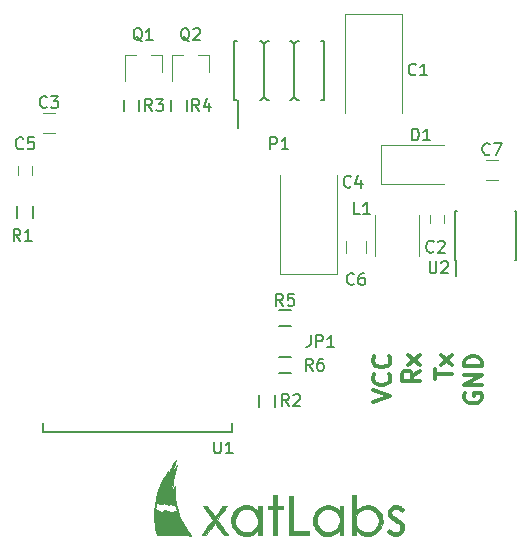
<source format=gbr>
G04 #@! TF.GenerationSoftware,KiCad,Pcbnew,(6.0.0-rc1-dev-557-ge985f797c)*
G04 #@! TF.CreationDate,2018-10-28T11:13:31+01:00*
G04 #@! TF.ProjectId,GIRA ESP8266 Jalousiesteuerung,474952412045535038323636204A616C,1.0*
G04 #@! TF.SameCoordinates,Original*
G04 #@! TF.FileFunction,Legend,Top*
G04 #@! TF.FilePolarity,Positive*
%FSLAX46Y46*%
G04 Gerber Fmt 4.6, Leading zero omitted, Abs format (unit mm)*
G04 Created by KiCad (PCBNEW (6.0.0-rc1-dev-557-ge985f797c)) date 10/28/18 11:13:31*
%MOMM*%
%LPD*%
G01*
G04 APERTURE LIST*
%ADD10C,0.300000*%
%ADD11C,0.120000*%
%ADD12C,0.152400*%
%ADD13C,0.150000*%
%ADD14C,0.010000*%
G04 APERTURE END LIST*
D10*
X88750000Y-82873571D02*
X88678571Y-83016428D01*
X88678571Y-83230714D01*
X88750000Y-83445000D01*
X88892857Y-83587857D01*
X89035714Y-83659285D01*
X89321428Y-83730714D01*
X89535714Y-83730714D01*
X89821428Y-83659285D01*
X89964285Y-83587857D01*
X90107142Y-83445000D01*
X90178571Y-83230714D01*
X90178571Y-83087857D01*
X90107142Y-82873571D01*
X90035714Y-82802142D01*
X89535714Y-82802142D01*
X89535714Y-83087857D01*
X90178571Y-82159285D02*
X88678571Y-82159285D01*
X90178571Y-81302142D01*
X88678571Y-81302142D01*
X90178571Y-80587857D02*
X88678571Y-80587857D01*
X88678571Y-80230714D01*
X88750000Y-80016428D01*
X88892857Y-79873571D01*
X89035714Y-79802142D01*
X89321428Y-79730714D01*
X89535714Y-79730714D01*
X89821428Y-79802142D01*
X89964285Y-79873571D01*
X90107142Y-80016428D01*
X90178571Y-80230714D01*
X90178571Y-80587857D01*
X86178571Y-81659285D02*
X86178571Y-80802142D01*
X87678571Y-81230714D02*
X86178571Y-81230714D01*
X87678571Y-80445000D02*
X86678571Y-79659285D01*
X86678571Y-80445000D02*
X87678571Y-79659285D01*
X84928571Y-80945000D02*
X84214285Y-81445000D01*
X84928571Y-81802142D02*
X83428571Y-81802142D01*
X83428571Y-81230714D01*
X83500000Y-81087857D01*
X83571428Y-81016428D01*
X83714285Y-80945000D01*
X83928571Y-80945000D01*
X84071428Y-81016428D01*
X84142857Y-81087857D01*
X84214285Y-81230714D01*
X84214285Y-81802142D01*
X84928571Y-80445000D02*
X83928571Y-79659285D01*
X83928571Y-80445000D02*
X84928571Y-79659285D01*
X80928571Y-83587857D02*
X82428571Y-83087857D01*
X80928571Y-82587857D01*
X82285714Y-81230714D02*
X82357142Y-81302142D01*
X82428571Y-81516428D01*
X82428571Y-81659285D01*
X82357142Y-81873571D01*
X82214285Y-82016428D01*
X82071428Y-82087857D01*
X81785714Y-82159285D01*
X81571428Y-82159285D01*
X81285714Y-82087857D01*
X81142857Y-82016428D01*
X81000000Y-81873571D01*
X80928571Y-81659285D01*
X80928571Y-81516428D01*
X81000000Y-81302142D01*
X81071428Y-81230714D01*
X82285714Y-79730714D02*
X82357142Y-79802142D01*
X82428571Y-80016428D01*
X82428571Y-80159285D01*
X82357142Y-80373571D01*
X82214285Y-80516428D01*
X82071428Y-80587857D01*
X81785714Y-80659285D01*
X81571428Y-80659285D01*
X81285714Y-80587857D01*
X81142857Y-80516428D01*
X81000000Y-80373571D01*
X80928571Y-80159285D01*
X80928571Y-80016428D01*
X81000000Y-79802142D01*
X81071428Y-79730714D01*
D11*
G04 #@! TO.C,C7*
X90500000Y-64850000D02*
X91500000Y-64850000D01*
X91500000Y-63150000D02*
X90500000Y-63150000D01*
G04 #@! TO.C,C6*
X80350000Y-71000000D02*
X80350000Y-70000000D01*
X78650000Y-70000000D02*
X78650000Y-71000000D01*
D12*
G04 #@! TO.C,U1*
X68986000Y-86121000D02*
X68986000Y-85359000D01*
X52984000Y-86121000D02*
X68986000Y-86121000D01*
X52984000Y-85359000D02*
X52984000Y-86121000D01*
D11*
G04 #@! TO.C,C1*
X83400000Y-50750000D02*
X83400000Y-59150000D01*
X78600000Y-50750000D02*
X78600000Y-59150000D01*
X83400000Y-50750000D02*
X78600000Y-50750000D01*
G04 #@! TO.C,C2*
X87000000Y-67750000D02*
X87000000Y-68450000D01*
X85800000Y-68450000D02*
X85800000Y-67750000D01*
G04 #@! TO.C,C3*
X53000000Y-60850000D02*
X54000000Y-60850000D01*
X54000000Y-59150000D02*
X53000000Y-59150000D01*
G04 #@! TO.C,C4*
X73100000Y-72750000D02*
X77900000Y-72750000D01*
X77900000Y-72750000D02*
X77900000Y-64350000D01*
X73100000Y-72750000D02*
X73100000Y-64350000D01*
G04 #@! TO.C,C5*
X52100000Y-63650000D02*
X52100000Y-64350000D01*
X50900000Y-64350000D02*
X50900000Y-63650000D01*
G04 #@! TO.C,D1*
X81600000Y-61850000D02*
X87000000Y-61850000D01*
X81600000Y-65150000D02*
X87000000Y-65150000D01*
X81600000Y-61850000D02*
X81600000Y-65150000D01*
G04 #@! TO.C,L1*
X84880000Y-67770000D02*
X84880000Y-71230000D01*
X81120000Y-67770000D02*
X81120000Y-71230000D01*
D13*
G04 #@! TO.C,P1*
X74270000Y-57750000D02*
X74270000Y-53250000D01*
X74524000Y-58000000D02*
X74270000Y-57746000D01*
X74270000Y-57746000D02*
X74016000Y-58000000D01*
X74016000Y-58000000D02*
X73889000Y-58000000D01*
X74651000Y-58000000D02*
X74524000Y-58000000D01*
X71984000Y-58000000D02*
X71730000Y-57746000D01*
X74016000Y-53000000D02*
X74270000Y-53254000D01*
X71476000Y-58000000D02*
X71349000Y-58000000D01*
X74524000Y-53000000D02*
X74651000Y-53000000D01*
X71730000Y-57746000D02*
X71476000Y-58000000D01*
X74270000Y-53254000D02*
X74524000Y-53000000D01*
X72111000Y-58000000D02*
X71984000Y-58000000D01*
X73889000Y-53000000D02*
X74016000Y-53000000D01*
X69190000Y-53000000D02*
X69470000Y-53000000D01*
X71984000Y-53000000D02*
X72111000Y-53000000D01*
X71730000Y-53254000D02*
X71984000Y-53000000D01*
X71476000Y-53000000D02*
X71730000Y-53254000D01*
X71349000Y-53000000D02*
X71476000Y-53000000D01*
X69190000Y-53000000D02*
X69190000Y-58000000D01*
X69190000Y-58000000D02*
X69470000Y-58000000D01*
X76810000Y-58000000D02*
X76530000Y-58000000D01*
X76810000Y-53000000D02*
X76810000Y-58000000D01*
X76810000Y-53000000D02*
X76530000Y-53000000D01*
X71730000Y-57750000D02*
X71730000Y-53250000D01*
X69500000Y-58000000D02*
X69500000Y-60425000D01*
D11*
G04 #@! TO.C,Q1*
X63080000Y-54240000D02*
X62150000Y-54240000D01*
X59920000Y-54240000D02*
X60850000Y-54240000D01*
X59920000Y-54240000D02*
X59920000Y-56400000D01*
X63080000Y-54240000D02*
X63080000Y-55700000D01*
G04 #@! TO.C,Q2*
X67080000Y-54240000D02*
X67080000Y-55700000D01*
X63920000Y-54240000D02*
X63920000Y-56400000D01*
X63920000Y-54240000D02*
X64850000Y-54240000D01*
X67080000Y-54240000D02*
X66150000Y-54240000D01*
D13*
G04 #@! TO.C,R1*
X50825000Y-68000000D02*
X50825000Y-67000000D01*
X52175000Y-67000000D02*
X52175000Y-68000000D01*
G04 #@! TO.C,R2*
X72675000Y-83000000D02*
X72675000Y-84000000D01*
X71325000Y-84000000D02*
X71325000Y-83000000D01*
G04 #@! TO.C,R3*
X61175000Y-58000000D02*
X61175000Y-59000000D01*
X59825000Y-59000000D02*
X59825000Y-58000000D01*
G04 #@! TO.C,R4*
X63825000Y-59000000D02*
X63825000Y-58000000D01*
X65175000Y-58000000D02*
X65175000Y-59000000D01*
G04 #@! TO.C,R5*
X74000000Y-77175000D02*
X73000000Y-77175000D01*
X73000000Y-75825000D02*
X74000000Y-75825000D01*
G04 #@! TO.C,R6*
X73000000Y-79825000D02*
X74000000Y-79825000D01*
X74000000Y-81175000D02*
X73000000Y-81175000D01*
G04 #@! TO.C,U2*
X87975000Y-71575000D02*
X87975000Y-72975000D01*
X93075000Y-71575000D02*
X93075000Y-67425000D01*
X87925000Y-71575000D02*
X87925000Y-67425000D01*
X93075000Y-71575000D02*
X92930000Y-71575000D01*
X93075000Y-67425000D02*
X92930000Y-67425000D01*
X87925000Y-67425000D02*
X88070000Y-67425000D01*
X87925000Y-71575000D02*
X87975000Y-71575000D01*
D14*
G04 #@! TO.C,G\002A\002A\002A*
G36*
X74211650Y-93038792D02*
X74217083Y-94546917D01*
X75497667Y-94558121D01*
X75497667Y-94875000D01*
X73867833Y-94875000D01*
X73867833Y-91530667D01*
X74037025Y-91530667D01*
X74206218Y-91530666D01*
X74211650Y-93038792D01*
X74211650Y-93038792D01*
G37*
X74211650Y-93038792D02*
X74217083Y-94546917D01*
X75497667Y-94558121D01*
X75497667Y-94875000D01*
X73867833Y-94875000D01*
X73867833Y-91530667D01*
X74037025Y-91530667D01*
X74206218Y-91530666D01*
X74211650Y-93038792D01*
G36*
X72830667Y-92398500D02*
X73338667Y-92398500D01*
X73338667Y-92673667D01*
X72830667Y-92673667D01*
X72830667Y-94875000D01*
X72492000Y-94875000D01*
X72492000Y-92673667D01*
X72068667Y-92673667D01*
X72068667Y-92398500D01*
X72492000Y-92398500D01*
X72492000Y-91488333D01*
X72830667Y-91488333D01*
X72830667Y-92398500D01*
X72830667Y-92398500D01*
G37*
X72830667Y-92398500D02*
X73338667Y-92398500D01*
X73338667Y-92673667D01*
X72830667Y-92673667D01*
X72830667Y-94875000D01*
X72492000Y-94875000D01*
X72492000Y-92673667D01*
X72068667Y-92673667D01*
X72068667Y-92398500D01*
X72492000Y-92398500D01*
X72492000Y-91488333D01*
X72830667Y-91488333D01*
X72830667Y-92398500D01*
G36*
X66847738Y-92401847D02*
X66888650Y-92404962D01*
X66893442Y-92406164D01*
X66913374Y-92425832D01*
X66952977Y-92474315D01*
X67007701Y-92545710D01*
X67072995Y-92634114D01*
X67126646Y-92708702D01*
X67206388Y-92820482D01*
X67287663Y-92933869D01*
X67363035Y-93038522D01*
X67425067Y-93124104D01*
X67448617Y-93156322D01*
X67562116Y-93310894D01*
X67870129Y-92881155D01*
X67956006Y-92761689D01*
X68034763Y-92652786D01*
X68102733Y-92559467D01*
X68156247Y-92486751D01*
X68191636Y-92439657D01*
X68204163Y-92424081D01*
X68236084Y-92409480D01*
X68299731Y-92402435D01*
X68399872Y-92402466D01*
X68414321Y-92402914D01*
X68598458Y-92409083D01*
X68446066Y-92620750D01*
X68385139Y-92705332D01*
X68306258Y-92814776D01*
X68216246Y-92939619D01*
X68121925Y-93070396D01*
X68030120Y-93197646D01*
X68024684Y-93205180D01*
X67755693Y-93577943D01*
X68167471Y-94136513D01*
X68269945Y-94275655D01*
X68367043Y-94407757D01*
X68455191Y-94527937D01*
X68530818Y-94631316D01*
X68590350Y-94713013D01*
X68630215Y-94768149D01*
X68642225Y-94785042D01*
X68705200Y-94875000D01*
X68508392Y-94874387D01*
X68311583Y-94873775D01*
X67942256Y-94366024D01*
X67848667Y-94238225D01*
X67762779Y-94122597D01*
X67687788Y-94023313D01*
X67626888Y-93944542D01*
X67583276Y-93890455D01*
X67560146Y-93865223D01*
X67557579Y-93863928D01*
X67541744Y-93881915D01*
X67504514Y-93929980D01*
X67449123Y-94003771D01*
X67378803Y-94098935D01*
X67296790Y-94211117D01*
X67206315Y-94335966D01*
X67183939Y-94367000D01*
X66825648Y-94864417D01*
X66630236Y-94870526D01*
X66529659Y-94871739D01*
X66469415Y-94867693D01*
X66447816Y-94858234D01*
X66448725Y-94854143D01*
X66463944Y-94832359D01*
X66501132Y-94780273D01*
X66557425Y-94701865D01*
X66629956Y-94601115D01*
X66715861Y-94482003D01*
X66812273Y-94348509D01*
X66915841Y-94205288D01*
X67369055Y-93578926D01*
X67329284Y-93523171D01*
X67307154Y-93492393D01*
X67263619Y-93432058D01*
X67202098Y-93346897D01*
X67126012Y-93241643D01*
X67038782Y-93121028D01*
X66943826Y-92989784D01*
X66906531Y-92938250D01*
X66523549Y-92409083D01*
X66696130Y-92402879D01*
X66779602Y-92401087D01*
X66847738Y-92401847D01*
X66847738Y-92401847D01*
G37*
X66847738Y-92401847D02*
X66888650Y-92404962D01*
X66893442Y-92406164D01*
X66913374Y-92425832D01*
X66952977Y-92474315D01*
X67007701Y-92545710D01*
X67072995Y-92634114D01*
X67126646Y-92708702D01*
X67206388Y-92820482D01*
X67287663Y-92933869D01*
X67363035Y-93038522D01*
X67425067Y-93124104D01*
X67448617Y-93156322D01*
X67562116Y-93310894D01*
X67870129Y-92881155D01*
X67956006Y-92761689D01*
X68034763Y-92652786D01*
X68102733Y-92559467D01*
X68156247Y-92486751D01*
X68191636Y-92439657D01*
X68204163Y-92424081D01*
X68236084Y-92409480D01*
X68299731Y-92402435D01*
X68399872Y-92402466D01*
X68414321Y-92402914D01*
X68598458Y-92409083D01*
X68446066Y-92620750D01*
X68385139Y-92705332D01*
X68306258Y-92814776D01*
X68216246Y-92939619D01*
X68121925Y-93070396D01*
X68030120Y-93197646D01*
X68024684Y-93205180D01*
X67755693Y-93577943D01*
X68167471Y-94136513D01*
X68269945Y-94275655D01*
X68367043Y-94407757D01*
X68455191Y-94527937D01*
X68530818Y-94631316D01*
X68590350Y-94713013D01*
X68630215Y-94768149D01*
X68642225Y-94785042D01*
X68705200Y-94875000D01*
X68508392Y-94874387D01*
X68311583Y-94873775D01*
X67942256Y-94366024D01*
X67848667Y-94238225D01*
X67762779Y-94122597D01*
X67687788Y-94023313D01*
X67626888Y-93944542D01*
X67583276Y-93890455D01*
X67560146Y-93865223D01*
X67557579Y-93863928D01*
X67541744Y-93881915D01*
X67504514Y-93929980D01*
X67449123Y-94003771D01*
X67378803Y-94098935D01*
X67296790Y-94211117D01*
X67206315Y-94335966D01*
X67183939Y-94367000D01*
X66825648Y-94864417D01*
X66630236Y-94870526D01*
X66529659Y-94871739D01*
X66469415Y-94867693D01*
X66447816Y-94858234D01*
X66448725Y-94854143D01*
X66463944Y-94832359D01*
X66501132Y-94780273D01*
X66557425Y-94701865D01*
X66629956Y-94601115D01*
X66715861Y-94482003D01*
X66812273Y-94348509D01*
X66915841Y-94205288D01*
X67369055Y-93578926D01*
X67329284Y-93523171D01*
X67307154Y-93492393D01*
X67263619Y-93432058D01*
X67202098Y-93346897D01*
X67126012Y-93241643D01*
X67038782Y-93121028D01*
X66943826Y-92989784D01*
X66906531Y-92938250D01*
X66523549Y-92409083D01*
X66696130Y-92402879D01*
X66779602Y-92401087D01*
X66847738Y-92401847D01*
G36*
X82981246Y-92348256D02*
X83053181Y-92356471D01*
X83118401Y-92374949D01*
X83194671Y-92407425D01*
X83211257Y-92415194D01*
X83280618Y-92451812D01*
X83358431Y-92498875D01*
X83436045Y-92550337D01*
X83504809Y-92600155D01*
X83556071Y-92642283D01*
X83581179Y-92670677D01*
X83582332Y-92674462D01*
X83568882Y-92693860D01*
X83532593Y-92734031D01*
X83481184Y-92786451D01*
X83478736Y-92788865D01*
X83374139Y-92891890D01*
X83294912Y-92822327D01*
X83183316Y-92743305D01*
X83059210Y-92687043D01*
X82932284Y-92655788D01*
X82812227Y-92651785D01*
X82708729Y-92677279D01*
X82695803Y-92683490D01*
X82615505Y-92743279D01*
X82550737Y-92825249D01*
X82513780Y-92913566D01*
X82512520Y-92919748D01*
X82508042Y-93010358D01*
X82531524Y-93096398D01*
X82585502Y-93180845D01*
X82672512Y-93266677D01*
X82795090Y-93356872D01*
X82955772Y-93454408D01*
X82978936Y-93467417D01*
X83150691Y-93568854D01*
X83286453Y-93662466D01*
X83390916Y-93752109D01*
X83468776Y-93841641D01*
X83507192Y-93901333D01*
X83538334Y-93960059D01*
X83557684Y-94010358D01*
X83568005Y-94065631D01*
X83572059Y-94139279D01*
X83572648Y-94218833D01*
X83571155Y-94319131D01*
X83565166Y-94390511D01*
X83552233Y-94446337D01*
X83529909Y-94499975D01*
X83516275Y-94526716D01*
X83426758Y-94659522D01*
X83311211Y-94774917D01*
X83181532Y-94861373D01*
X83160000Y-94871874D01*
X83031738Y-94913370D01*
X82882750Y-94933422D01*
X82729231Y-94931298D01*
X82587376Y-94906265D01*
X82563051Y-94898850D01*
X82379416Y-94819776D01*
X82227782Y-94713964D01*
X82180870Y-94669294D01*
X82101323Y-94587113D01*
X82202046Y-94474655D01*
X82302770Y-94362198D01*
X82387427Y-94440459D01*
X82522981Y-94541847D01*
X82666739Y-94604511D01*
X82814782Y-94627146D01*
X82921007Y-94618080D01*
X83045461Y-94575967D01*
X83147382Y-94503713D01*
X83221495Y-94407368D01*
X83262527Y-94292980D01*
X83269078Y-94218956D01*
X83263123Y-94140228D01*
X83243719Y-94071716D01*
X83206575Y-94008891D01*
X83147400Y-93947220D01*
X83061901Y-93882173D01*
X82945789Y-93809220D01*
X82805911Y-93729945D01*
X82624001Y-93622246D01*
X82480342Y-93518698D01*
X82371667Y-93415184D01*
X82294710Y-93307587D01*
X82246204Y-93191789D01*
X82222881Y-93063674D01*
X82219623Y-92991044D01*
X82222231Y-92894911D01*
X82234153Y-92821250D01*
X82259427Y-92750530D01*
X82277200Y-92712480D01*
X82366238Y-92576519D01*
X82485671Y-92463742D01*
X82607076Y-92391579D01*
X82677490Y-92366073D01*
X82757867Y-92351917D01*
X82862885Y-92346732D01*
X82884833Y-92346570D01*
X82981246Y-92348256D01*
X82981246Y-92348256D01*
G37*
X82981246Y-92348256D02*
X83053181Y-92356471D01*
X83118401Y-92374949D01*
X83194671Y-92407425D01*
X83211257Y-92415194D01*
X83280618Y-92451812D01*
X83358431Y-92498875D01*
X83436045Y-92550337D01*
X83504809Y-92600155D01*
X83556071Y-92642283D01*
X83581179Y-92670677D01*
X83582332Y-92674462D01*
X83568882Y-92693860D01*
X83532593Y-92734031D01*
X83481184Y-92786451D01*
X83478736Y-92788865D01*
X83374139Y-92891890D01*
X83294912Y-92822327D01*
X83183316Y-92743305D01*
X83059210Y-92687043D01*
X82932284Y-92655788D01*
X82812227Y-92651785D01*
X82708729Y-92677279D01*
X82695803Y-92683490D01*
X82615505Y-92743279D01*
X82550737Y-92825249D01*
X82513780Y-92913566D01*
X82512520Y-92919748D01*
X82508042Y-93010358D01*
X82531524Y-93096398D01*
X82585502Y-93180845D01*
X82672512Y-93266677D01*
X82795090Y-93356872D01*
X82955772Y-93454408D01*
X82978936Y-93467417D01*
X83150691Y-93568854D01*
X83286453Y-93662466D01*
X83390916Y-93752109D01*
X83468776Y-93841641D01*
X83507192Y-93901333D01*
X83538334Y-93960059D01*
X83557684Y-94010358D01*
X83568005Y-94065631D01*
X83572059Y-94139279D01*
X83572648Y-94218833D01*
X83571155Y-94319131D01*
X83565166Y-94390511D01*
X83552233Y-94446337D01*
X83529909Y-94499975D01*
X83516275Y-94526716D01*
X83426758Y-94659522D01*
X83311211Y-94774917D01*
X83181532Y-94861373D01*
X83160000Y-94871874D01*
X83031738Y-94913370D01*
X82882750Y-94933422D01*
X82729231Y-94931298D01*
X82587376Y-94906265D01*
X82563051Y-94898850D01*
X82379416Y-94819776D01*
X82227782Y-94713964D01*
X82180870Y-94669294D01*
X82101323Y-94587113D01*
X82202046Y-94474655D01*
X82302770Y-94362198D01*
X82387427Y-94440459D01*
X82522981Y-94541847D01*
X82666739Y-94604511D01*
X82814782Y-94627146D01*
X82921007Y-94618080D01*
X83045461Y-94575967D01*
X83147382Y-94503713D01*
X83221495Y-94407368D01*
X83262527Y-94292980D01*
X83269078Y-94218956D01*
X83263123Y-94140228D01*
X83243719Y-94071716D01*
X83206575Y-94008891D01*
X83147400Y-93947220D01*
X83061901Y-93882173D01*
X82945789Y-93809220D01*
X82805911Y-93729945D01*
X82624001Y-93622246D01*
X82480342Y-93518698D01*
X82371667Y-93415184D01*
X82294710Y-93307587D01*
X82246204Y-93191789D01*
X82222881Y-93063674D01*
X82219623Y-92991044D01*
X82222231Y-92894911D01*
X82234153Y-92821250D01*
X82259427Y-92750530D01*
X82277200Y-92712480D01*
X82366238Y-92576519D01*
X82485671Y-92463742D01*
X82607076Y-92391579D01*
X82677490Y-92366073D01*
X82757867Y-92351917D01*
X82862885Y-92346732D01*
X82884833Y-92346570D01*
X82981246Y-92348256D01*
G36*
X79498167Y-92812041D02*
X79635545Y-92680611D01*
X79808126Y-92543080D01*
X79998337Y-92440568D01*
X80200859Y-92373264D01*
X80410370Y-92341357D01*
X80621552Y-92345035D01*
X80829084Y-92384488D01*
X81027646Y-92459904D01*
X81211919Y-92571472D01*
X81275955Y-92622415D01*
X81450783Y-92796783D01*
X81586765Y-92987604D01*
X81683613Y-93194218D01*
X81741039Y-93415962D01*
X81758753Y-93652175D01*
X81756416Y-93723360D01*
X81723101Y-93953157D01*
X81651326Y-94168832D01*
X81543731Y-94366421D01*
X81402954Y-94541958D01*
X81231632Y-94691480D01*
X81032750Y-94810855D01*
X80937195Y-94852706D01*
X80837326Y-94889001D01*
X80751929Y-94913049D01*
X80737821Y-94915876D01*
X80602175Y-94932071D01*
X80454954Y-94936093D01*
X80312908Y-94928250D01*
X80192791Y-94908852D01*
X80179856Y-94905551D01*
X80017126Y-94849464D01*
X79871142Y-94770718D01*
X79729825Y-94662169D01*
X79662208Y-94599434D01*
X79498167Y-94439788D01*
X79498167Y-94875000D01*
X79180667Y-94875000D01*
X79180667Y-93697953D01*
X79484739Y-93697953D01*
X79493708Y-93779629D01*
X79542301Y-93980807D01*
X79625144Y-94161137D01*
X79739402Y-94317158D01*
X79882240Y-94445410D01*
X80050822Y-94542431D01*
X80149294Y-94579897D01*
X80288947Y-94609682D01*
X80447461Y-94619720D01*
X80606235Y-94609971D01*
X80744356Y-94581122D01*
X80927491Y-94504671D01*
X81083531Y-94396967D01*
X81214491Y-94256214D01*
X81322390Y-94080612D01*
X81335074Y-94054614D01*
X81373061Y-93970215D01*
X81397032Y-93900927D01*
X81410839Y-93830267D01*
X81418333Y-93741750D01*
X81420841Y-93687522D01*
X81415867Y-93490831D01*
X81381737Y-93318793D01*
X81315182Y-93162563D01*
X81212933Y-93013299D01*
X81141761Y-92932515D01*
X80991000Y-92801816D01*
X80822358Y-92707469D01*
X80640685Y-92650902D01*
X80450827Y-92633543D01*
X80257636Y-92656822D01*
X80229296Y-92663743D01*
X80032143Y-92735154D01*
X79861393Y-92837863D01*
X79719362Y-92968359D01*
X79608365Y-93123129D01*
X79530719Y-93298660D01*
X79488738Y-93491439D01*
X79484739Y-93697953D01*
X79180667Y-93697953D01*
X79180667Y-91446000D01*
X79498167Y-91446000D01*
X79498167Y-92812041D01*
X79498167Y-92812041D01*
G37*
X79498167Y-92812041D02*
X79635545Y-92680611D01*
X79808126Y-92543080D01*
X79998337Y-92440568D01*
X80200859Y-92373264D01*
X80410370Y-92341357D01*
X80621552Y-92345035D01*
X80829084Y-92384488D01*
X81027646Y-92459904D01*
X81211919Y-92571472D01*
X81275955Y-92622415D01*
X81450783Y-92796783D01*
X81586765Y-92987604D01*
X81683613Y-93194218D01*
X81741039Y-93415962D01*
X81758753Y-93652175D01*
X81756416Y-93723360D01*
X81723101Y-93953157D01*
X81651326Y-94168832D01*
X81543731Y-94366421D01*
X81402954Y-94541958D01*
X81231632Y-94691480D01*
X81032750Y-94810855D01*
X80937195Y-94852706D01*
X80837326Y-94889001D01*
X80751929Y-94913049D01*
X80737821Y-94915876D01*
X80602175Y-94932071D01*
X80454954Y-94936093D01*
X80312908Y-94928250D01*
X80192791Y-94908852D01*
X80179856Y-94905551D01*
X80017126Y-94849464D01*
X79871142Y-94770718D01*
X79729825Y-94662169D01*
X79662208Y-94599434D01*
X79498167Y-94439788D01*
X79498167Y-94875000D01*
X79180667Y-94875000D01*
X79180667Y-93697953D01*
X79484739Y-93697953D01*
X79493708Y-93779629D01*
X79542301Y-93980807D01*
X79625144Y-94161137D01*
X79739402Y-94317158D01*
X79882240Y-94445410D01*
X80050822Y-94542431D01*
X80149294Y-94579897D01*
X80288947Y-94609682D01*
X80447461Y-94619720D01*
X80606235Y-94609971D01*
X80744356Y-94581122D01*
X80927491Y-94504671D01*
X81083531Y-94396967D01*
X81214491Y-94256214D01*
X81322390Y-94080612D01*
X81335074Y-94054614D01*
X81373061Y-93970215D01*
X81397032Y-93900927D01*
X81410839Y-93830267D01*
X81418333Y-93741750D01*
X81420841Y-93687522D01*
X81415867Y-93490831D01*
X81381737Y-93318793D01*
X81315182Y-93162563D01*
X81212933Y-93013299D01*
X81141761Y-92932515D01*
X80991000Y-92801816D01*
X80822358Y-92707469D01*
X80640685Y-92650902D01*
X80450827Y-92633543D01*
X80257636Y-92656822D01*
X80229296Y-92663743D01*
X80032143Y-92735154D01*
X79861393Y-92837863D01*
X79719362Y-92968359D01*
X79608365Y-93123129D01*
X79530719Y-93298660D01*
X79488738Y-93491439D01*
X79484739Y-93697953D01*
X79180667Y-93697953D01*
X79180667Y-91446000D01*
X79498167Y-91446000D01*
X79498167Y-92812041D01*
G36*
X77258582Y-92342453D02*
X77468572Y-92382238D01*
X77668382Y-92460002D01*
X77853596Y-92575008D01*
X77981343Y-92686331D01*
X78122333Y-92827321D01*
X78122333Y-92398500D01*
X78439833Y-92398500D01*
X78439833Y-94875000D01*
X78122333Y-94875000D01*
X78122333Y-94466123D01*
X77990042Y-94592761D01*
X77834852Y-94724729D01*
X77679252Y-94820354D01*
X77513279Y-94883832D01*
X77326974Y-94919362D01*
X77191000Y-94929428D01*
X77018172Y-94929482D01*
X76876658Y-94915660D01*
X76837003Y-94907905D01*
X76640331Y-94842035D01*
X76455112Y-94739115D01*
X76286206Y-94603913D01*
X76138475Y-94441196D01*
X76016778Y-94255732D01*
X75925975Y-94052287D01*
X75907892Y-93996583D01*
X75881201Y-93866437D01*
X75868668Y-93712061D01*
X75869541Y-93614730D01*
X76197793Y-93614730D01*
X76200963Y-93701141D01*
X76208576Y-93805820D01*
X76221417Y-93885876D01*
X76243774Y-93959011D01*
X76279935Y-94042926D01*
X76287801Y-94059616D01*
X76369753Y-94201221D01*
X76473566Y-94333382D01*
X76589432Y-94445128D01*
X76701117Y-94522047D01*
X76880568Y-94596721D01*
X77072561Y-94634972D01*
X77267286Y-94635572D01*
X77409158Y-94610593D01*
X77602912Y-94539882D01*
X77770786Y-94437076D01*
X77910444Y-94305260D01*
X78019553Y-94147521D01*
X78095775Y-93966945D01*
X78136776Y-93766620D01*
X78143500Y-93640155D01*
X78123969Y-93439791D01*
X78067944Y-93254319D01*
X77979271Y-93087323D01*
X77861800Y-92942387D01*
X77719379Y-92823095D01*
X77555856Y-92733031D01*
X77375080Y-92675778D01*
X77180899Y-92654920D01*
X77089305Y-92658435D01*
X76892803Y-92695238D01*
X76712098Y-92769317D01*
X76551403Y-92877227D01*
X76414933Y-93015525D01*
X76306901Y-93180769D01*
X76235510Y-93356061D01*
X76212364Y-93443252D01*
X76200382Y-93523572D01*
X76197793Y-93614730D01*
X75869541Y-93614730D01*
X75870130Y-93549063D01*
X75885425Y-93393051D01*
X75914391Y-93259633D01*
X75915592Y-93255750D01*
X76000942Y-93051339D01*
X76121993Y-92861379D01*
X76272906Y-92692560D01*
X76447845Y-92551568D01*
X76611682Y-92458312D01*
X76825722Y-92379755D01*
X77042827Y-92341380D01*
X77258582Y-92342453D01*
X77258582Y-92342453D01*
G37*
X77258582Y-92342453D02*
X77468572Y-92382238D01*
X77668382Y-92460002D01*
X77853596Y-92575008D01*
X77981343Y-92686331D01*
X78122333Y-92827321D01*
X78122333Y-92398500D01*
X78439833Y-92398500D01*
X78439833Y-94875000D01*
X78122333Y-94875000D01*
X78122333Y-94466123D01*
X77990042Y-94592761D01*
X77834852Y-94724729D01*
X77679252Y-94820354D01*
X77513279Y-94883832D01*
X77326974Y-94919362D01*
X77191000Y-94929428D01*
X77018172Y-94929482D01*
X76876658Y-94915660D01*
X76837003Y-94907905D01*
X76640331Y-94842035D01*
X76455112Y-94739115D01*
X76286206Y-94603913D01*
X76138475Y-94441196D01*
X76016778Y-94255732D01*
X75925975Y-94052287D01*
X75907892Y-93996583D01*
X75881201Y-93866437D01*
X75868668Y-93712061D01*
X75869541Y-93614730D01*
X76197793Y-93614730D01*
X76200963Y-93701141D01*
X76208576Y-93805820D01*
X76221417Y-93885876D01*
X76243774Y-93959011D01*
X76279935Y-94042926D01*
X76287801Y-94059616D01*
X76369753Y-94201221D01*
X76473566Y-94333382D01*
X76589432Y-94445128D01*
X76701117Y-94522047D01*
X76880568Y-94596721D01*
X77072561Y-94634972D01*
X77267286Y-94635572D01*
X77409158Y-94610593D01*
X77602912Y-94539882D01*
X77770786Y-94437076D01*
X77910444Y-94305260D01*
X78019553Y-94147521D01*
X78095775Y-93966945D01*
X78136776Y-93766620D01*
X78143500Y-93640155D01*
X78123969Y-93439791D01*
X78067944Y-93254319D01*
X77979271Y-93087323D01*
X77861800Y-92942387D01*
X77719379Y-92823095D01*
X77555856Y-92733031D01*
X77375080Y-92675778D01*
X77180899Y-92654920D01*
X77089305Y-92658435D01*
X76892803Y-92695238D01*
X76712098Y-92769317D01*
X76551403Y-92877227D01*
X76414933Y-93015525D01*
X76306901Y-93180769D01*
X76235510Y-93356061D01*
X76212364Y-93443252D01*
X76200382Y-93523572D01*
X76197793Y-93614730D01*
X75869541Y-93614730D01*
X75870130Y-93549063D01*
X75885425Y-93393051D01*
X75914391Y-93259633D01*
X75915592Y-93255750D01*
X76000942Y-93051339D01*
X76121993Y-92861379D01*
X76272906Y-92692560D01*
X76447845Y-92551568D01*
X76611682Y-92458312D01*
X76825722Y-92379755D01*
X77042827Y-92341380D01*
X77258582Y-92342453D01*
G36*
X70393488Y-92349865D02*
X70603020Y-92401885D01*
X70799043Y-92493519D01*
X70979677Y-92624221D01*
X71046713Y-92686831D01*
X71200833Y-92840951D01*
X71200833Y-92398500D01*
X71518333Y-92398500D01*
X71518333Y-94875000D01*
X71200833Y-94875000D01*
X71200833Y-94469083D01*
X71062781Y-94595582D01*
X70876063Y-94739594D01*
X70673716Y-94845311D01*
X70459231Y-94911854D01*
X70236099Y-94938347D01*
X70007810Y-94923909D01*
X69870747Y-94895480D01*
X69712803Y-94842644D01*
X69569691Y-94768326D01*
X69430758Y-94666082D01*
X69314560Y-94558950D01*
X69163942Y-94385062D01*
X69052875Y-94200385D01*
X68979564Y-94000568D01*
X68942210Y-93781262D01*
X68938037Y-93683471D01*
X69259748Y-93683471D01*
X69262054Y-93715594D01*
X69299508Y-93914573D01*
X69372439Y-94099266D01*
X69476919Y-94264918D01*
X69609022Y-94406774D01*
X69764821Y-94520077D01*
X69940388Y-94600075D01*
X70009118Y-94620167D01*
X70103841Y-94633462D01*
X70223189Y-94635454D01*
X70351289Y-94627162D01*
X70472267Y-94609608D01*
X70569386Y-94584126D01*
X70751612Y-94496672D01*
X70907720Y-94376238D01*
X71035624Y-94224694D01*
X71106614Y-94102417D01*
X71175203Y-93922024D01*
X71206110Y-93733180D01*
X71200421Y-93528833D01*
X71198099Y-93509019D01*
X71153994Y-93313433D01*
X71075334Y-93137501D01*
X70966456Y-92984164D01*
X70831700Y-92856363D01*
X70675403Y-92757039D01*
X70501905Y-92689131D01*
X70315544Y-92655581D01*
X70120658Y-92659329D01*
X69982905Y-92685351D01*
X69805306Y-92752622D01*
X69646056Y-92854165D01*
X69509005Y-92984480D01*
X69398001Y-93138069D01*
X69316891Y-93309430D01*
X69269524Y-93493064D01*
X69259748Y-93683471D01*
X68938037Y-93683471D01*
X68936313Y-93643083D01*
X68941870Y-93482534D01*
X68961773Y-93345401D01*
X68999957Y-93214068D01*
X69060361Y-93070919D01*
X69067602Y-93055640D01*
X69178995Y-92869637D01*
X69323138Y-92703935D01*
X69493564Y-92563632D01*
X69683805Y-92453826D01*
X69887394Y-92379615D01*
X69941417Y-92366843D01*
X70172327Y-92338003D01*
X70393488Y-92349865D01*
X70393488Y-92349865D01*
G37*
X70393488Y-92349865D02*
X70603020Y-92401885D01*
X70799043Y-92493519D01*
X70979677Y-92624221D01*
X71046713Y-92686831D01*
X71200833Y-92840951D01*
X71200833Y-92398500D01*
X71518333Y-92398500D01*
X71518333Y-94875000D01*
X71200833Y-94875000D01*
X71200833Y-94469083D01*
X71062781Y-94595582D01*
X70876063Y-94739594D01*
X70673716Y-94845311D01*
X70459231Y-94911854D01*
X70236099Y-94938347D01*
X70007810Y-94923909D01*
X69870747Y-94895480D01*
X69712803Y-94842644D01*
X69569691Y-94768326D01*
X69430758Y-94666082D01*
X69314560Y-94558950D01*
X69163942Y-94385062D01*
X69052875Y-94200385D01*
X68979564Y-94000568D01*
X68942210Y-93781262D01*
X68938037Y-93683471D01*
X69259748Y-93683471D01*
X69262054Y-93715594D01*
X69299508Y-93914573D01*
X69372439Y-94099266D01*
X69476919Y-94264918D01*
X69609022Y-94406774D01*
X69764821Y-94520077D01*
X69940388Y-94600075D01*
X70009118Y-94620167D01*
X70103841Y-94633462D01*
X70223189Y-94635454D01*
X70351289Y-94627162D01*
X70472267Y-94609608D01*
X70569386Y-94584126D01*
X70751612Y-94496672D01*
X70907720Y-94376238D01*
X71035624Y-94224694D01*
X71106614Y-94102417D01*
X71175203Y-93922024D01*
X71206110Y-93733180D01*
X71200421Y-93528833D01*
X71198099Y-93509019D01*
X71153994Y-93313433D01*
X71075334Y-93137501D01*
X70966456Y-92984164D01*
X70831700Y-92856363D01*
X70675403Y-92757039D01*
X70501905Y-92689131D01*
X70315544Y-92655581D01*
X70120658Y-92659329D01*
X69982905Y-92685351D01*
X69805306Y-92752622D01*
X69646056Y-92854165D01*
X69509005Y-92984480D01*
X69398001Y-93138069D01*
X69316891Y-93309430D01*
X69269524Y-93493064D01*
X69259748Y-93683471D01*
X68938037Y-93683471D01*
X68936313Y-93643083D01*
X68941870Y-93482534D01*
X68961773Y-93345401D01*
X68999957Y-93214068D01*
X69060361Y-93070919D01*
X69067602Y-93055640D01*
X69178995Y-92869637D01*
X69323138Y-92703935D01*
X69493564Y-92563632D01*
X69683805Y-92453826D01*
X69887394Y-92379615D01*
X69941417Y-92366843D01*
X70172327Y-92338003D01*
X70393488Y-92349865D01*
G36*
X64260550Y-88533992D02*
X64250211Y-88573334D01*
X64224621Y-88646902D01*
X64203381Y-88705006D01*
X64154682Y-88842519D01*
X64104605Y-88993290D01*
X64054702Y-89151687D01*
X64006527Y-89312075D01*
X63961631Y-89468822D01*
X63921569Y-89616295D01*
X63887891Y-89748860D01*
X63862152Y-89860884D01*
X63845904Y-89946735D01*
X63840698Y-90000779D01*
X63842616Y-90013860D01*
X63851451Y-90018188D01*
X63854329Y-90000984D01*
X63862789Y-89955642D01*
X63883555Y-89880526D01*
X63913354Y-89785225D01*
X63948913Y-89679326D01*
X63986958Y-89572419D01*
X64024216Y-89474092D01*
X64057416Y-89393934D01*
X64072751Y-89361083D01*
X64103499Y-89305498D01*
X64146720Y-89234913D01*
X64196755Y-89157659D01*
X64247944Y-89082071D01*
X64294629Y-89016480D01*
X64331152Y-88969218D01*
X64351854Y-88948618D01*
X64353059Y-88948333D01*
X64348952Y-88967129D01*
X64333362Y-89018653D01*
X64308596Y-89095609D01*
X64276965Y-89190701D01*
X64267659Y-89218208D01*
X64172556Y-89536198D01*
X64092649Y-89880791D01*
X64030410Y-90238213D01*
X63988307Y-90594694D01*
X63970618Y-90874500D01*
X63959620Y-91181417D01*
X64003661Y-91058680D01*
X64038973Y-90972403D01*
X64081232Y-90885676D01*
X64105309Y-90843390D01*
X64162917Y-90750835D01*
X64163324Y-91156626D01*
X64165935Y-91358124D01*
X64174312Y-91537119D01*
X64189924Y-91706272D01*
X64214240Y-91878246D01*
X64248728Y-92065700D01*
X64292664Y-92271500D01*
X64409014Y-92723341D01*
X64551534Y-93150476D01*
X64724181Y-93564234D01*
X64799053Y-93721417D01*
X64990275Y-94077071D01*
X65198809Y-94400858D01*
X65419083Y-94688151D01*
X65493535Y-94780013D01*
X65541304Y-94845099D01*
X65564886Y-94887302D01*
X65566776Y-94910516D01*
X65563839Y-94914078D01*
X65522631Y-94923157D01*
X65502070Y-94914995D01*
X65473453Y-94910930D01*
X65404469Y-94907454D01*
X65297080Y-94904586D01*
X65153248Y-94902347D01*
X64974935Y-94900756D01*
X64764103Y-94899832D01*
X64522715Y-94899595D01*
X64252733Y-94900064D01*
X64068189Y-94900734D01*
X62670540Y-94906750D01*
X62639325Y-94811500D01*
X62605137Y-94694650D01*
X62568540Y-94548138D01*
X62532238Y-94384324D01*
X62498931Y-94215570D01*
X62471323Y-94054236D01*
X62465809Y-94017750D01*
X62450148Y-93877847D01*
X62438450Y-93704971D01*
X62430712Y-93508294D01*
X62426927Y-93296989D01*
X62427092Y-93080231D01*
X62431202Y-92867192D01*
X62439251Y-92667045D01*
X62442221Y-92622914D01*
X62522500Y-92622914D01*
X62540376Y-92650296D01*
X62584951Y-92679671D01*
X62601875Y-92687379D01*
X62661970Y-92718112D01*
X62736559Y-92764312D01*
X62794514Y-92805016D01*
X62888026Y-92864359D01*
X62972421Y-92897556D01*
X62991543Y-92901171D01*
X63050887Y-92903968D01*
X63095478Y-92887685D01*
X63142862Y-92848288D01*
X63197898Y-92801780D01*
X63249302Y-92776273D01*
X63308055Y-92770493D01*
X63385139Y-92783164D01*
X63479111Y-92809244D01*
X63637464Y-92856365D01*
X63761467Y-92891011D01*
X63857064Y-92913685D01*
X63930198Y-92924892D01*
X63986813Y-92925136D01*
X64032855Y-92914923D01*
X64074265Y-92894757D01*
X64116988Y-92865143D01*
X64119062Y-92863578D01*
X64177967Y-92826162D01*
X64231681Y-92803632D01*
X64250105Y-92800667D01*
X64293911Y-92791566D01*
X64312132Y-92777803D01*
X64312768Y-92749049D01*
X64303491Y-92689053D01*
X64286023Y-92607273D01*
X64267804Y-92534386D01*
X64240999Y-92436351D01*
X64220544Y-92372390D01*
X64202993Y-92335393D01*
X64184901Y-92318249D01*
X64162821Y-92313848D01*
X64160922Y-92313833D01*
X64117396Y-92322138D01*
X64099417Y-92335000D01*
X64064786Y-92355663D01*
X64010982Y-92343419D01*
X63943302Y-92299901D01*
X63919453Y-92279523D01*
X63834618Y-92202879D01*
X63724996Y-92250037D01*
X63602457Y-92284582D01*
X63490444Y-92278610D01*
X63390028Y-92232193D01*
X63384233Y-92228003D01*
X63354166Y-92207366D01*
X63325311Y-92195142D01*
X63287918Y-92190622D01*
X63232237Y-92193098D01*
X63148517Y-92201859D01*
X63101187Y-92207416D01*
X62980435Y-92219834D01*
X62890958Y-92222884D01*
X62822420Y-92214978D01*
X62764482Y-92194527D01*
X62706809Y-92159942D01*
X62683421Y-92143211D01*
X62634092Y-92108813D01*
X62601016Y-92089282D01*
X62593662Y-92087449D01*
X62588798Y-92109391D01*
X62580186Y-92163578D01*
X62569128Y-92240224D01*
X62556924Y-92329544D01*
X62544875Y-92421750D01*
X62534280Y-92507058D01*
X62526442Y-92575680D01*
X62522660Y-92617831D01*
X62522500Y-92622914D01*
X62442221Y-92622914D01*
X62451236Y-92488964D01*
X62466672Y-92345583D01*
X62551890Y-91843493D01*
X62665887Y-91365179D01*
X62807931Y-90912715D01*
X62977291Y-90488175D01*
X63173233Y-90093632D01*
X63384724Y-89746417D01*
X63473870Y-89614840D01*
X63541336Y-89517739D01*
X63588070Y-89453815D01*
X63615022Y-89421767D01*
X63623167Y-89419605D01*
X63616023Y-89443022D01*
X63596838Y-89496603D01*
X63568980Y-89571082D01*
X63550931Y-89618251D01*
X63476171Y-89845013D01*
X63427728Y-90074546D01*
X63402024Y-90324006D01*
X63401368Y-90335554D01*
X63389751Y-90546417D01*
X63465413Y-90271435D01*
X63523879Y-90078986D01*
X63815338Y-90078986D01*
X63819229Y-90106439D01*
X63826455Y-90106767D01*
X63831508Y-90078438D01*
X63828126Y-90066198D01*
X63818727Y-90058180D01*
X63815338Y-90078986D01*
X63523879Y-90078986D01*
X63556717Y-89970900D01*
X63664795Y-89668470D01*
X63785520Y-89373867D01*
X63914763Y-89096815D01*
X64048396Y-88847038D01*
X64121462Y-88726083D01*
X64186094Y-88624923D01*
X64229888Y-88559427D01*
X64254241Y-88529237D01*
X64260550Y-88533992D01*
X64260550Y-88533992D01*
G37*
X64260550Y-88533992D02*
X64250211Y-88573334D01*
X64224621Y-88646902D01*
X64203381Y-88705006D01*
X64154682Y-88842519D01*
X64104605Y-88993290D01*
X64054702Y-89151687D01*
X64006527Y-89312075D01*
X63961631Y-89468822D01*
X63921569Y-89616295D01*
X63887891Y-89748860D01*
X63862152Y-89860884D01*
X63845904Y-89946735D01*
X63840698Y-90000779D01*
X63842616Y-90013860D01*
X63851451Y-90018188D01*
X63854329Y-90000984D01*
X63862789Y-89955642D01*
X63883555Y-89880526D01*
X63913354Y-89785225D01*
X63948913Y-89679326D01*
X63986958Y-89572419D01*
X64024216Y-89474092D01*
X64057416Y-89393934D01*
X64072751Y-89361083D01*
X64103499Y-89305498D01*
X64146720Y-89234913D01*
X64196755Y-89157659D01*
X64247944Y-89082071D01*
X64294629Y-89016480D01*
X64331152Y-88969218D01*
X64351854Y-88948618D01*
X64353059Y-88948333D01*
X64348952Y-88967129D01*
X64333362Y-89018653D01*
X64308596Y-89095609D01*
X64276965Y-89190701D01*
X64267659Y-89218208D01*
X64172556Y-89536198D01*
X64092649Y-89880791D01*
X64030410Y-90238213D01*
X63988307Y-90594694D01*
X63970618Y-90874500D01*
X63959620Y-91181417D01*
X64003661Y-91058680D01*
X64038973Y-90972403D01*
X64081232Y-90885676D01*
X64105309Y-90843390D01*
X64162917Y-90750835D01*
X64163324Y-91156626D01*
X64165935Y-91358124D01*
X64174312Y-91537119D01*
X64189924Y-91706272D01*
X64214240Y-91878246D01*
X64248728Y-92065700D01*
X64292664Y-92271500D01*
X64409014Y-92723341D01*
X64551534Y-93150476D01*
X64724181Y-93564234D01*
X64799053Y-93721417D01*
X64990275Y-94077071D01*
X65198809Y-94400858D01*
X65419083Y-94688151D01*
X65493535Y-94780013D01*
X65541304Y-94845099D01*
X65564886Y-94887302D01*
X65566776Y-94910516D01*
X65563839Y-94914078D01*
X65522631Y-94923157D01*
X65502070Y-94914995D01*
X65473453Y-94910930D01*
X65404469Y-94907454D01*
X65297080Y-94904586D01*
X65153248Y-94902347D01*
X64974935Y-94900756D01*
X64764103Y-94899832D01*
X64522715Y-94899595D01*
X64252733Y-94900064D01*
X64068189Y-94900734D01*
X62670540Y-94906750D01*
X62639325Y-94811500D01*
X62605137Y-94694650D01*
X62568540Y-94548138D01*
X62532238Y-94384324D01*
X62498931Y-94215570D01*
X62471323Y-94054236D01*
X62465809Y-94017750D01*
X62450148Y-93877847D01*
X62438450Y-93704971D01*
X62430712Y-93508294D01*
X62426927Y-93296989D01*
X62427092Y-93080231D01*
X62431202Y-92867192D01*
X62439251Y-92667045D01*
X62442221Y-92622914D01*
X62522500Y-92622914D01*
X62540376Y-92650296D01*
X62584951Y-92679671D01*
X62601875Y-92687379D01*
X62661970Y-92718112D01*
X62736559Y-92764312D01*
X62794514Y-92805016D01*
X62888026Y-92864359D01*
X62972421Y-92897556D01*
X62991543Y-92901171D01*
X63050887Y-92903968D01*
X63095478Y-92887685D01*
X63142862Y-92848288D01*
X63197898Y-92801780D01*
X63249302Y-92776273D01*
X63308055Y-92770493D01*
X63385139Y-92783164D01*
X63479111Y-92809244D01*
X63637464Y-92856365D01*
X63761467Y-92891011D01*
X63857064Y-92913685D01*
X63930198Y-92924892D01*
X63986813Y-92925136D01*
X64032855Y-92914923D01*
X64074265Y-92894757D01*
X64116988Y-92865143D01*
X64119062Y-92863578D01*
X64177967Y-92826162D01*
X64231681Y-92803632D01*
X64250105Y-92800667D01*
X64293911Y-92791566D01*
X64312132Y-92777803D01*
X64312768Y-92749049D01*
X64303491Y-92689053D01*
X64286023Y-92607273D01*
X64267804Y-92534386D01*
X64240999Y-92436351D01*
X64220544Y-92372390D01*
X64202993Y-92335393D01*
X64184901Y-92318249D01*
X64162821Y-92313848D01*
X64160922Y-92313833D01*
X64117396Y-92322138D01*
X64099417Y-92335000D01*
X64064786Y-92355663D01*
X64010982Y-92343419D01*
X63943302Y-92299901D01*
X63919453Y-92279523D01*
X63834618Y-92202879D01*
X63724996Y-92250037D01*
X63602457Y-92284582D01*
X63490444Y-92278610D01*
X63390028Y-92232193D01*
X63384233Y-92228003D01*
X63354166Y-92207366D01*
X63325311Y-92195142D01*
X63287918Y-92190622D01*
X63232237Y-92193098D01*
X63148517Y-92201859D01*
X63101187Y-92207416D01*
X62980435Y-92219834D01*
X62890958Y-92222884D01*
X62822420Y-92214978D01*
X62764482Y-92194527D01*
X62706809Y-92159942D01*
X62683421Y-92143211D01*
X62634092Y-92108813D01*
X62601016Y-92089282D01*
X62593662Y-92087449D01*
X62588798Y-92109391D01*
X62580186Y-92163578D01*
X62569128Y-92240224D01*
X62556924Y-92329544D01*
X62544875Y-92421750D01*
X62534280Y-92507058D01*
X62526442Y-92575680D01*
X62522660Y-92617831D01*
X62522500Y-92622914D01*
X62442221Y-92622914D01*
X62451236Y-92488964D01*
X62466672Y-92345583D01*
X62551890Y-91843493D01*
X62665887Y-91365179D01*
X62807931Y-90912715D01*
X62977291Y-90488175D01*
X63173233Y-90093632D01*
X63384724Y-89746417D01*
X63473870Y-89614840D01*
X63541336Y-89517739D01*
X63588070Y-89453815D01*
X63615022Y-89421767D01*
X63623167Y-89419605D01*
X63616023Y-89443022D01*
X63596838Y-89496603D01*
X63568980Y-89571082D01*
X63550931Y-89618251D01*
X63476171Y-89845013D01*
X63427728Y-90074546D01*
X63402024Y-90324006D01*
X63401368Y-90335554D01*
X63389751Y-90546417D01*
X63465413Y-90271435D01*
X63523879Y-90078986D01*
X63815338Y-90078986D01*
X63819229Y-90106439D01*
X63826455Y-90106767D01*
X63831508Y-90078438D01*
X63828126Y-90066198D01*
X63818727Y-90058180D01*
X63815338Y-90078986D01*
X63523879Y-90078986D01*
X63556717Y-89970900D01*
X63664795Y-89668470D01*
X63785520Y-89373867D01*
X63914763Y-89096815D01*
X64048396Y-88847038D01*
X64121462Y-88726083D01*
X64186094Y-88624923D01*
X64229888Y-88559427D01*
X64254241Y-88529237D01*
X64260550Y-88533992D01*
G04 #@! TO.C,C7*
D13*
X90833333Y-62607142D02*
X90785714Y-62654761D01*
X90642857Y-62702380D01*
X90547619Y-62702380D01*
X90404761Y-62654761D01*
X90309523Y-62559523D01*
X90261904Y-62464285D01*
X90214285Y-62273809D01*
X90214285Y-62130952D01*
X90261904Y-61940476D01*
X90309523Y-61845238D01*
X90404761Y-61750000D01*
X90547619Y-61702380D01*
X90642857Y-61702380D01*
X90785714Y-61750000D01*
X90833333Y-61797619D01*
X91166666Y-61702380D02*
X91833333Y-61702380D01*
X91404761Y-62702380D01*
G04 #@! TO.C,C6*
X79333333Y-73607142D02*
X79285714Y-73654761D01*
X79142857Y-73702380D01*
X79047619Y-73702380D01*
X78904761Y-73654761D01*
X78809523Y-73559523D01*
X78761904Y-73464285D01*
X78714285Y-73273809D01*
X78714285Y-73130952D01*
X78761904Y-72940476D01*
X78809523Y-72845238D01*
X78904761Y-72750000D01*
X79047619Y-72702380D01*
X79142857Y-72702380D01*
X79285714Y-72750000D01*
X79333333Y-72797619D01*
X80190476Y-72702380D02*
X80000000Y-72702380D01*
X79904761Y-72750000D01*
X79857142Y-72797619D01*
X79761904Y-72940476D01*
X79714285Y-73130952D01*
X79714285Y-73511904D01*
X79761904Y-73607142D01*
X79809523Y-73654761D01*
X79904761Y-73702380D01*
X80095238Y-73702380D01*
X80190476Y-73654761D01*
X80238095Y-73607142D01*
X80285714Y-73511904D01*
X80285714Y-73273809D01*
X80238095Y-73178571D01*
X80190476Y-73130952D01*
X80095238Y-73083333D01*
X79904761Y-73083333D01*
X79809523Y-73130952D01*
X79761904Y-73178571D01*
X79714285Y-73273809D01*
G04 #@! TO.C,U1*
X67488095Y-86952380D02*
X67488095Y-87761904D01*
X67535714Y-87857142D01*
X67583333Y-87904761D01*
X67678571Y-87952380D01*
X67869047Y-87952380D01*
X67964285Y-87904761D01*
X68011904Y-87857142D01*
X68059523Y-87761904D01*
X68059523Y-86952380D01*
X69059523Y-87952380D02*
X68488095Y-87952380D01*
X68773809Y-87952380D02*
X68773809Y-86952380D01*
X68678571Y-87095238D01*
X68583333Y-87190476D01*
X68488095Y-87238095D01*
G04 #@! TO.C,C1*
X84583333Y-55857142D02*
X84535714Y-55904761D01*
X84392857Y-55952380D01*
X84297619Y-55952380D01*
X84154761Y-55904761D01*
X84059523Y-55809523D01*
X84011904Y-55714285D01*
X83964285Y-55523809D01*
X83964285Y-55380952D01*
X84011904Y-55190476D01*
X84059523Y-55095238D01*
X84154761Y-55000000D01*
X84297619Y-54952380D01*
X84392857Y-54952380D01*
X84535714Y-55000000D01*
X84583333Y-55047619D01*
X85535714Y-55952380D02*
X84964285Y-55952380D01*
X85250000Y-55952380D02*
X85250000Y-54952380D01*
X85154761Y-55095238D01*
X85059523Y-55190476D01*
X84964285Y-55238095D01*
G04 #@! TO.C,C2*
X86083333Y-70857142D02*
X86035714Y-70904761D01*
X85892857Y-70952380D01*
X85797619Y-70952380D01*
X85654761Y-70904761D01*
X85559523Y-70809523D01*
X85511904Y-70714285D01*
X85464285Y-70523809D01*
X85464285Y-70380952D01*
X85511904Y-70190476D01*
X85559523Y-70095238D01*
X85654761Y-70000000D01*
X85797619Y-69952380D01*
X85892857Y-69952380D01*
X86035714Y-70000000D01*
X86083333Y-70047619D01*
X86464285Y-70047619D02*
X86511904Y-70000000D01*
X86607142Y-69952380D01*
X86845238Y-69952380D01*
X86940476Y-70000000D01*
X86988095Y-70047619D01*
X87035714Y-70142857D01*
X87035714Y-70238095D01*
X86988095Y-70380952D01*
X86416666Y-70952380D01*
X87035714Y-70952380D01*
G04 #@! TO.C,C3*
X53333333Y-58607142D02*
X53285714Y-58654761D01*
X53142857Y-58702380D01*
X53047619Y-58702380D01*
X52904761Y-58654761D01*
X52809523Y-58559523D01*
X52761904Y-58464285D01*
X52714285Y-58273809D01*
X52714285Y-58130952D01*
X52761904Y-57940476D01*
X52809523Y-57845238D01*
X52904761Y-57750000D01*
X53047619Y-57702380D01*
X53142857Y-57702380D01*
X53285714Y-57750000D01*
X53333333Y-57797619D01*
X53666666Y-57702380D02*
X54285714Y-57702380D01*
X53952380Y-58083333D01*
X54095238Y-58083333D01*
X54190476Y-58130952D01*
X54238095Y-58178571D01*
X54285714Y-58273809D01*
X54285714Y-58511904D01*
X54238095Y-58607142D01*
X54190476Y-58654761D01*
X54095238Y-58702380D01*
X53809523Y-58702380D01*
X53714285Y-58654761D01*
X53666666Y-58607142D01*
G04 #@! TO.C,C4*
X79083333Y-65357142D02*
X79035714Y-65404761D01*
X78892857Y-65452380D01*
X78797619Y-65452380D01*
X78654761Y-65404761D01*
X78559523Y-65309523D01*
X78511904Y-65214285D01*
X78464285Y-65023809D01*
X78464285Y-64880952D01*
X78511904Y-64690476D01*
X78559523Y-64595238D01*
X78654761Y-64500000D01*
X78797619Y-64452380D01*
X78892857Y-64452380D01*
X79035714Y-64500000D01*
X79083333Y-64547619D01*
X79940476Y-64785714D02*
X79940476Y-65452380D01*
X79702380Y-64404761D02*
X79464285Y-65119047D01*
X80083333Y-65119047D01*
G04 #@! TO.C,C5*
X51333333Y-62107142D02*
X51285714Y-62154761D01*
X51142857Y-62202380D01*
X51047619Y-62202380D01*
X50904761Y-62154761D01*
X50809523Y-62059523D01*
X50761904Y-61964285D01*
X50714285Y-61773809D01*
X50714285Y-61630952D01*
X50761904Y-61440476D01*
X50809523Y-61345238D01*
X50904761Y-61250000D01*
X51047619Y-61202380D01*
X51142857Y-61202380D01*
X51285714Y-61250000D01*
X51333333Y-61297619D01*
X52238095Y-61202380D02*
X51761904Y-61202380D01*
X51714285Y-61678571D01*
X51761904Y-61630952D01*
X51857142Y-61583333D01*
X52095238Y-61583333D01*
X52190476Y-61630952D01*
X52238095Y-61678571D01*
X52285714Y-61773809D01*
X52285714Y-62011904D01*
X52238095Y-62107142D01*
X52190476Y-62154761D01*
X52095238Y-62202380D01*
X51857142Y-62202380D01*
X51761904Y-62154761D01*
X51714285Y-62107142D01*
G04 #@! TO.C,D1*
X84261904Y-61452380D02*
X84261904Y-60452380D01*
X84500000Y-60452380D01*
X84642857Y-60500000D01*
X84738095Y-60595238D01*
X84785714Y-60690476D01*
X84833333Y-60880952D01*
X84833333Y-61023809D01*
X84785714Y-61214285D01*
X84738095Y-61309523D01*
X84642857Y-61404761D01*
X84500000Y-61452380D01*
X84261904Y-61452380D01*
X85785714Y-61452380D02*
X85214285Y-61452380D01*
X85500000Y-61452380D02*
X85500000Y-60452380D01*
X85404761Y-60595238D01*
X85309523Y-60690476D01*
X85214285Y-60738095D01*
G04 #@! TO.C,L1*
X79833333Y-67702380D02*
X79357142Y-67702380D01*
X79357142Y-66702380D01*
X80690476Y-67702380D02*
X80119047Y-67702380D01*
X80404761Y-67702380D02*
X80404761Y-66702380D01*
X80309523Y-66845238D01*
X80214285Y-66940476D01*
X80119047Y-66988095D01*
G04 #@! TO.C,P1*
X72261904Y-62202380D02*
X72261904Y-61202380D01*
X72642857Y-61202380D01*
X72738095Y-61250000D01*
X72785714Y-61297619D01*
X72833333Y-61392857D01*
X72833333Y-61535714D01*
X72785714Y-61630952D01*
X72738095Y-61678571D01*
X72642857Y-61726190D01*
X72261904Y-61726190D01*
X73785714Y-62202380D02*
X73214285Y-62202380D01*
X73500000Y-62202380D02*
X73500000Y-61202380D01*
X73404761Y-61345238D01*
X73309523Y-61440476D01*
X73214285Y-61488095D01*
G04 #@! TO.C,Q1*
X61404761Y-53047619D02*
X61309523Y-53000000D01*
X61214285Y-52904761D01*
X61071428Y-52761904D01*
X60976190Y-52714285D01*
X60880952Y-52714285D01*
X60928571Y-52952380D02*
X60833333Y-52904761D01*
X60738095Y-52809523D01*
X60690476Y-52619047D01*
X60690476Y-52285714D01*
X60738095Y-52095238D01*
X60833333Y-52000000D01*
X60928571Y-51952380D01*
X61119047Y-51952380D01*
X61214285Y-52000000D01*
X61309523Y-52095238D01*
X61357142Y-52285714D01*
X61357142Y-52619047D01*
X61309523Y-52809523D01*
X61214285Y-52904761D01*
X61119047Y-52952380D01*
X60928571Y-52952380D01*
X62309523Y-52952380D02*
X61738095Y-52952380D01*
X62023809Y-52952380D02*
X62023809Y-51952380D01*
X61928571Y-52095238D01*
X61833333Y-52190476D01*
X61738095Y-52238095D01*
G04 #@! TO.C,Q2*
X65404761Y-53047619D02*
X65309523Y-53000000D01*
X65214285Y-52904761D01*
X65071428Y-52761904D01*
X64976190Y-52714285D01*
X64880952Y-52714285D01*
X64928571Y-52952380D02*
X64833333Y-52904761D01*
X64738095Y-52809523D01*
X64690476Y-52619047D01*
X64690476Y-52285714D01*
X64738095Y-52095238D01*
X64833333Y-52000000D01*
X64928571Y-51952380D01*
X65119047Y-51952380D01*
X65214285Y-52000000D01*
X65309523Y-52095238D01*
X65357142Y-52285714D01*
X65357142Y-52619047D01*
X65309523Y-52809523D01*
X65214285Y-52904761D01*
X65119047Y-52952380D01*
X64928571Y-52952380D01*
X65738095Y-52047619D02*
X65785714Y-52000000D01*
X65880952Y-51952380D01*
X66119047Y-51952380D01*
X66214285Y-52000000D01*
X66261904Y-52047619D01*
X66309523Y-52142857D01*
X66309523Y-52238095D01*
X66261904Y-52380952D01*
X65690476Y-52952380D01*
X66309523Y-52952380D01*
G04 #@! TO.C,R1*
X51083333Y-69952380D02*
X50750000Y-69476190D01*
X50511904Y-69952380D02*
X50511904Y-68952380D01*
X50892857Y-68952380D01*
X50988095Y-69000000D01*
X51035714Y-69047619D01*
X51083333Y-69142857D01*
X51083333Y-69285714D01*
X51035714Y-69380952D01*
X50988095Y-69428571D01*
X50892857Y-69476190D01*
X50511904Y-69476190D01*
X52035714Y-69952380D02*
X51464285Y-69952380D01*
X51750000Y-69952380D02*
X51750000Y-68952380D01*
X51654761Y-69095238D01*
X51559523Y-69190476D01*
X51464285Y-69238095D01*
G04 #@! TO.C,R2*
X73833333Y-83952380D02*
X73500000Y-83476190D01*
X73261904Y-83952380D02*
X73261904Y-82952380D01*
X73642857Y-82952380D01*
X73738095Y-83000000D01*
X73785714Y-83047619D01*
X73833333Y-83142857D01*
X73833333Y-83285714D01*
X73785714Y-83380952D01*
X73738095Y-83428571D01*
X73642857Y-83476190D01*
X73261904Y-83476190D01*
X74214285Y-83047619D02*
X74261904Y-83000000D01*
X74357142Y-82952380D01*
X74595238Y-82952380D01*
X74690476Y-83000000D01*
X74738095Y-83047619D01*
X74785714Y-83142857D01*
X74785714Y-83238095D01*
X74738095Y-83380952D01*
X74166666Y-83952380D01*
X74785714Y-83952380D01*
G04 #@! TO.C,R3*
X62233333Y-58952380D02*
X61900000Y-58476190D01*
X61661904Y-58952380D02*
X61661904Y-57952380D01*
X62042857Y-57952380D01*
X62138095Y-58000000D01*
X62185714Y-58047619D01*
X62233333Y-58142857D01*
X62233333Y-58285714D01*
X62185714Y-58380952D01*
X62138095Y-58428571D01*
X62042857Y-58476190D01*
X61661904Y-58476190D01*
X62566666Y-57952380D02*
X63185714Y-57952380D01*
X62852380Y-58333333D01*
X62995238Y-58333333D01*
X63090476Y-58380952D01*
X63138095Y-58428571D01*
X63185714Y-58523809D01*
X63185714Y-58761904D01*
X63138095Y-58857142D01*
X63090476Y-58904761D01*
X62995238Y-58952380D01*
X62709523Y-58952380D01*
X62614285Y-58904761D01*
X62566666Y-58857142D01*
G04 #@! TO.C,R4*
X66233333Y-58952380D02*
X65900000Y-58476190D01*
X65661904Y-58952380D02*
X65661904Y-57952380D01*
X66042857Y-57952380D01*
X66138095Y-58000000D01*
X66185714Y-58047619D01*
X66233333Y-58142857D01*
X66233333Y-58285714D01*
X66185714Y-58380952D01*
X66138095Y-58428571D01*
X66042857Y-58476190D01*
X65661904Y-58476190D01*
X67090476Y-58285714D02*
X67090476Y-58952380D01*
X66852380Y-57904761D02*
X66614285Y-58619047D01*
X67233333Y-58619047D01*
G04 #@! TO.C,R5*
X73333333Y-75452380D02*
X73000000Y-74976190D01*
X72761904Y-75452380D02*
X72761904Y-74452380D01*
X73142857Y-74452380D01*
X73238095Y-74500000D01*
X73285714Y-74547619D01*
X73333333Y-74642857D01*
X73333333Y-74785714D01*
X73285714Y-74880952D01*
X73238095Y-74928571D01*
X73142857Y-74976190D01*
X72761904Y-74976190D01*
X74238095Y-74452380D02*
X73761904Y-74452380D01*
X73714285Y-74928571D01*
X73761904Y-74880952D01*
X73857142Y-74833333D01*
X74095238Y-74833333D01*
X74190476Y-74880952D01*
X74238095Y-74928571D01*
X74285714Y-75023809D01*
X74285714Y-75261904D01*
X74238095Y-75357142D01*
X74190476Y-75404761D01*
X74095238Y-75452380D01*
X73857142Y-75452380D01*
X73761904Y-75404761D01*
X73714285Y-75357142D01*
G04 #@! TO.C,R6*
X75833333Y-80952380D02*
X75500000Y-80476190D01*
X75261904Y-80952380D02*
X75261904Y-79952380D01*
X75642857Y-79952380D01*
X75738095Y-80000000D01*
X75785714Y-80047619D01*
X75833333Y-80142857D01*
X75833333Y-80285714D01*
X75785714Y-80380952D01*
X75738095Y-80428571D01*
X75642857Y-80476190D01*
X75261904Y-80476190D01*
X76690476Y-79952380D02*
X76500000Y-79952380D01*
X76404761Y-80000000D01*
X76357142Y-80047619D01*
X76261904Y-80190476D01*
X76214285Y-80380952D01*
X76214285Y-80761904D01*
X76261904Y-80857142D01*
X76309523Y-80904761D01*
X76404761Y-80952380D01*
X76595238Y-80952380D01*
X76690476Y-80904761D01*
X76738095Y-80857142D01*
X76785714Y-80761904D01*
X76785714Y-80523809D01*
X76738095Y-80428571D01*
X76690476Y-80380952D01*
X76595238Y-80333333D01*
X76404761Y-80333333D01*
X76309523Y-80380952D01*
X76261904Y-80428571D01*
X76214285Y-80523809D01*
G04 #@! TO.C,U2*
X85738095Y-71702380D02*
X85738095Y-72511904D01*
X85785714Y-72607142D01*
X85833333Y-72654761D01*
X85928571Y-72702380D01*
X86119047Y-72702380D01*
X86214285Y-72654761D01*
X86261904Y-72607142D01*
X86309523Y-72511904D01*
X86309523Y-71702380D01*
X86738095Y-71797619D02*
X86785714Y-71750000D01*
X86880952Y-71702380D01*
X87119047Y-71702380D01*
X87214285Y-71750000D01*
X87261904Y-71797619D01*
X87309523Y-71892857D01*
X87309523Y-71988095D01*
X87261904Y-72130952D01*
X86690476Y-72702380D01*
X87309523Y-72702380D01*
G04 #@! TO.C,JP1*
X75666666Y-77952380D02*
X75666666Y-78666666D01*
X75619047Y-78809523D01*
X75523809Y-78904761D01*
X75380952Y-78952380D01*
X75285714Y-78952380D01*
X76142857Y-78952380D02*
X76142857Y-77952380D01*
X76523809Y-77952380D01*
X76619047Y-78000000D01*
X76666666Y-78047619D01*
X76714285Y-78142857D01*
X76714285Y-78285714D01*
X76666666Y-78380952D01*
X76619047Y-78428571D01*
X76523809Y-78476190D01*
X76142857Y-78476190D01*
X77666666Y-78952380D02*
X77095238Y-78952380D01*
X77380952Y-78952380D02*
X77380952Y-77952380D01*
X77285714Y-78095238D01*
X77190476Y-78190476D01*
X77095238Y-78238095D01*
G04 #@! TD*
M02*

</source>
